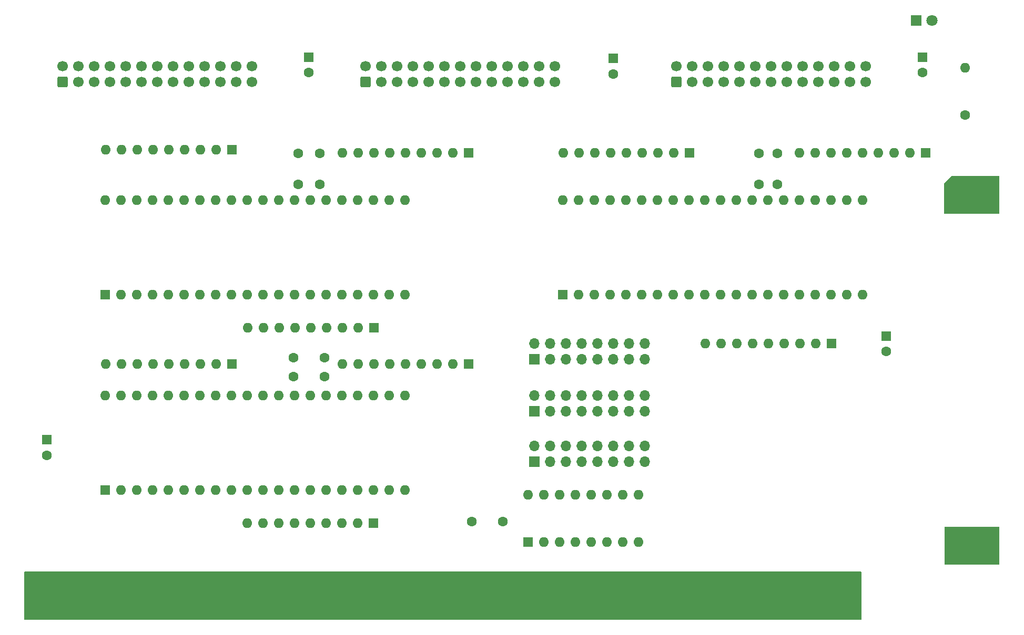
<source format=gbr>
%TF.GenerationSoftware,KiCad,Pcbnew,8.0.0*%
%TF.CreationDate,2024-03-03T11:21:49-05:00*%
%TF.ProjectId,ISA8255,49534138-3235-4352-9e6b-696361645f70,rev?*%
%TF.SameCoordinates,Original*%
%TF.FileFunction,Soldermask,Top*%
%TF.FilePolarity,Negative*%
%FSLAX46Y46*%
G04 Gerber Fmt 4.6, Leading zero omitted, Abs format (unit mm)*
G04 Created by KiCad (PCBNEW 8.0.0) date 2024-03-03 11:21:49*
%MOMM*%
%LPD*%
G01*
G04 APERTURE LIST*
G04 Aperture macros list*
%AMRoundRect*
0 Rectangle with rounded corners*
0 $1 Rounding radius*
0 $2 $3 $4 $5 $6 $7 $8 $9 X,Y pos of 4 corners*
0 Add a 4 corners polygon primitive as box body*
4,1,4,$2,$3,$4,$5,$6,$7,$8,$9,$2,$3,0*
0 Add four circle primitives for the rounded corners*
1,1,$1+$1,$2,$3*
1,1,$1+$1,$4,$5*
1,1,$1+$1,$6,$7*
1,1,$1+$1,$8,$9*
0 Add four rect primitives between the rounded corners*
20,1,$1+$1,$2,$3,$4,$5,0*
20,1,$1+$1,$4,$5,$6,$7,0*
20,1,$1+$1,$6,$7,$8,$9,0*
20,1,$1+$1,$8,$9,$2,$3,0*%
%AMOutline5P*
0 Free polygon, 5 corners , with rotation*
0 The origin of the aperture is its center*
0 number of corners: always 5*
0 $1 to $10 corner X, Y*
0 $11 Rotation angle, in degrees counterclockwise*
0 create outline with 5 corners*
4,1,5,$1,$2,$3,$4,$5,$6,$7,$8,$9,$10,$1,$2,$11*%
%AMOutline6P*
0 Free polygon, 6 corners , with rotation*
0 The origin of the aperture is its center*
0 number of corners: always 6*
0 $1 to $12 corner X, Y*
0 $13 Rotation angle, in degrees counterclockwise*
0 create outline with 6 corners*
4,1,6,$1,$2,$3,$4,$5,$6,$7,$8,$9,$10,$11,$12,$1,$2,$13*%
%AMOutline7P*
0 Free polygon, 7 corners , with rotation*
0 The origin of the aperture is its center*
0 number of corners: always 7*
0 $1 to $14 corner X, Y*
0 $15 Rotation angle, in degrees counterclockwise*
0 create outline with 7 corners*
4,1,7,$1,$2,$3,$4,$5,$6,$7,$8,$9,$10,$11,$12,$13,$14,$1,$2,$15*%
%AMOutline8P*
0 Free polygon, 8 corners , with rotation*
0 The origin of the aperture is its center*
0 number of corners: always 8*
0 $1 to $16 corner X, Y*
0 $17 Rotation angle, in degrees counterclockwise*
0 create outline with 8 corners*
4,1,8,$1,$2,$3,$4,$5,$6,$7,$8,$9,$10,$11,$12,$13,$14,$15,$16,$1,$2,$17*%
G04 Aperture macros list end*
%ADD10C,0.150000*%
%ADD11Outline5P,-4.445000X1.830000X-3.225000X3.050000X4.445000X3.050000X4.445000X-3.050000X-4.445000X-3.050000X0.000000*%
%ADD12R,8.890000X6.100000*%
%ADD13C,1.600000*%
%ADD14R,1.600000X1.600000*%
%ADD15O,1.600000X1.600000*%
%ADD16R,1.700000X1.700000*%
%ADD17O,1.700000X1.700000*%
%ADD18RoundRect,0.250000X0.600000X-0.600000X0.600000X0.600000X-0.600000X0.600000X-0.600000X-0.600000X0*%
%ADD19C,1.700000*%
%ADD20R,1.780000X7.620000*%
%ADD21R,1.800000X1.800000*%
%ADD22C,1.800000*%
G04 APERTURE END LIST*
D10*
X55880000Y-143510000D02*
X190500000Y-143510000D01*
X190500000Y-151130000D01*
X55880000Y-151130000D01*
X55880000Y-143510000D01*
G36*
X55880000Y-143510000D02*
G01*
X190500000Y-143510000D01*
X190500000Y-151130000D01*
X55880000Y-151130000D01*
X55880000Y-143510000D01*
G37*
D11*
%TO.C,BKT1*%
X208356200Y-82733000D03*
D12*
X208356200Y-139253000D03*
%TD*%
D13*
%TO.C,C6*%
X104100000Y-112014000D03*
X99100000Y-112014000D03*
%TD*%
D14*
%TO.C,C9*%
X59436000Y-122154698D03*
D13*
X59436000Y-124654698D03*
%TD*%
D14*
%TO.C,C8*%
X194564000Y-105450000D03*
D13*
X194564000Y-107950000D03*
%TD*%
D14*
%TO.C,RN5*%
X112014000Y-135636000D03*
D15*
X109474000Y-135636000D03*
X106934000Y-135636000D03*
X104394000Y-135636000D03*
X101854000Y-135636000D03*
X99314000Y-135636000D03*
X96774000Y-135636000D03*
X94234000Y-135636000D03*
X91694000Y-135636000D03*
%TD*%
D13*
%TO.C,C3*%
X177038000Y-80986000D03*
X177038000Y-75986000D03*
%TD*%
D14*
%TO.C,RN7*%
X89184000Y-75438000D03*
D15*
X86644000Y-75438000D03*
X84104000Y-75438000D03*
X81564000Y-75438000D03*
X79024000Y-75438000D03*
X76484000Y-75438000D03*
X73944000Y-75438000D03*
X71404000Y-75438000D03*
X68864000Y-75438000D03*
%TD*%
D14*
%TO.C,RN6*%
X127284000Y-109982000D03*
D15*
X124744000Y-109982000D03*
X122204000Y-109982000D03*
X119664000Y-109982000D03*
X117124000Y-109982000D03*
X114584000Y-109982000D03*
X112044000Y-109982000D03*
X109504000Y-109982000D03*
X106964000Y-109982000D03*
%TD*%
D16*
%TO.C,J3*%
X137937000Y-117607000D03*
D17*
X137937000Y-115067000D03*
X140477000Y-117607000D03*
X140477000Y-115067000D03*
X143017000Y-117607000D03*
X143017000Y-115067000D03*
X145557000Y-117607000D03*
X145557000Y-115067000D03*
X148097000Y-117607000D03*
X148097000Y-115067000D03*
X150637000Y-117607000D03*
X150637000Y-115067000D03*
X153177000Y-117607000D03*
X153177000Y-115067000D03*
X155717000Y-117607000D03*
X155717000Y-115067000D03*
%TD*%
D14*
%TO.C,C12*%
X150622000Y-60706000D03*
D13*
X150622000Y-63206000D03*
%TD*%
D14*
%TO.C,RN8*%
X112044000Y-104140000D03*
D15*
X109504000Y-104140000D03*
X106964000Y-104140000D03*
X104424000Y-104140000D03*
X101884000Y-104140000D03*
X99344000Y-104140000D03*
X96804000Y-104140000D03*
X94264000Y-104140000D03*
X91724000Y-104140000D03*
%TD*%
D18*
%TO.C,J6*%
X110744000Y-64516000D03*
D19*
X110744000Y-61976000D03*
X113284000Y-64516000D03*
X113284000Y-61976000D03*
X115824000Y-64516000D03*
X115824000Y-61976000D03*
X118364000Y-64516000D03*
X118364000Y-61976000D03*
X120904000Y-64516000D03*
X120904000Y-61976000D03*
X123444000Y-64516000D03*
X123444000Y-61976000D03*
X125984000Y-64516000D03*
X125984000Y-61976000D03*
X128524000Y-64516000D03*
X128524000Y-61976000D03*
X131064000Y-64516000D03*
X131064000Y-61976000D03*
X133604000Y-64516000D03*
X133604000Y-61976000D03*
X136144000Y-64516000D03*
X136144000Y-61976000D03*
X138684000Y-64516000D03*
X138684000Y-61976000D03*
X141224000Y-64516000D03*
X141224000Y-61976000D03*
%TD*%
D14*
%TO.C,U4*%
X136906000Y-138684000D03*
D15*
X139446000Y-138684000D03*
X141986000Y-138684000D03*
X144526000Y-138684000D03*
X147066000Y-138684000D03*
X149606000Y-138684000D03*
X152146000Y-138684000D03*
X154686000Y-138684000D03*
X154686000Y-131064000D03*
X152146000Y-131064000D03*
X149606000Y-131064000D03*
X147066000Y-131064000D03*
X144526000Y-131064000D03*
X141986000Y-131064000D03*
X139446000Y-131064000D03*
X136906000Y-131064000D03*
%TD*%
D13*
%TO.C,C4*%
X174030000Y-80986000D03*
X174030000Y-75986000D03*
%TD*%
D18*
%TO.C,J7*%
X61976000Y-64516000D03*
D19*
X61976000Y-61976000D03*
X64516000Y-64516000D03*
X64516000Y-61976000D03*
X67056000Y-64516000D03*
X67056000Y-61976000D03*
X69596000Y-64516000D03*
X69596000Y-61976000D03*
X72136000Y-64516000D03*
X72136000Y-61976000D03*
X74676000Y-64516000D03*
X74676000Y-61976000D03*
X77216000Y-64516000D03*
X77216000Y-61976000D03*
X79756000Y-64516000D03*
X79756000Y-61976000D03*
X82296000Y-64516000D03*
X82296000Y-61976000D03*
X84836000Y-64516000D03*
X84836000Y-61976000D03*
X87376000Y-64516000D03*
X87376000Y-61976000D03*
X89916000Y-64516000D03*
X89916000Y-61976000D03*
X92456000Y-64516000D03*
X92456000Y-61976000D03*
%TD*%
D16*
%TO.C,J2*%
X137937000Y-109220000D03*
D17*
X137937000Y-106680000D03*
X140477000Y-109220000D03*
X140477000Y-106680000D03*
X143017000Y-109220000D03*
X143017000Y-106680000D03*
X145557000Y-109220000D03*
X145557000Y-106680000D03*
X148097000Y-109220000D03*
X148097000Y-106680000D03*
X150637000Y-109220000D03*
X150637000Y-106680000D03*
X153177000Y-109220000D03*
X153177000Y-106680000D03*
X155717000Y-109220000D03*
X155717000Y-106680000D03*
%TD*%
D13*
%TO.C,R1*%
X207264000Y-69850000D03*
D15*
X207264000Y-62230000D03*
%TD*%
D14*
%TO.C,C11*%
X101600000Y-60492000D03*
D13*
X101600000Y-62992000D03*
%TD*%
D16*
%TO.C,J4*%
X137937000Y-125730000D03*
D17*
X137937000Y-123190000D03*
X140477000Y-125730000D03*
X140477000Y-123190000D03*
X143017000Y-125730000D03*
X143017000Y-123190000D03*
X145557000Y-125730000D03*
X145557000Y-123190000D03*
X148097000Y-125730000D03*
X148097000Y-123190000D03*
X150637000Y-125730000D03*
X150637000Y-123190000D03*
X153177000Y-125730000D03*
X153177000Y-123190000D03*
X155717000Y-125730000D03*
X155717000Y-123190000D03*
%TD*%
D13*
%TO.C,C1*%
X103378000Y-81026000D03*
X103378000Y-76026000D03*
%TD*%
D14*
%TO.C,U3*%
X68834000Y-98806000D03*
D15*
X71374000Y-98806000D03*
X73914000Y-98806000D03*
X76454000Y-98806000D03*
X78994000Y-98806000D03*
X81534000Y-98806000D03*
X84074000Y-98806000D03*
X86614000Y-98806000D03*
X89154000Y-98806000D03*
X91694000Y-98806000D03*
X94234000Y-98806000D03*
X96774000Y-98806000D03*
X99314000Y-98806000D03*
X101854000Y-98806000D03*
X104394000Y-98806000D03*
X106934000Y-98806000D03*
X109474000Y-98806000D03*
X112014000Y-98806000D03*
X114554000Y-98806000D03*
X117094000Y-98806000D03*
X117094000Y-83566000D03*
X114554000Y-83566000D03*
X112014000Y-83566000D03*
X109474000Y-83566000D03*
X106934000Y-83566000D03*
X104394000Y-83566000D03*
X101854000Y-83566000D03*
X99314000Y-83566000D03*
X96774000Y-83566000D03*
X94234000Y-83566000D03*
X91694000Y-83566000D03*
X89154000Y-83566000D03*
X86614000Y-83566000D03*
X84074000Y-83566000D03*
X81534000Y-83566000D03*
X78994000Y-83566000D03*
X76454000Y-83566000D03*
X73914000Y-83566000D03*
X71374000Y-83566000D03*
X68834000Y-83566000D03*
%TD*%
D13*
%TO.C,C7*%
X132802000Y-135382000D03*
X127802000Y-135382000D03*
%TD*%
D14*
%TO.C,RN9*%
X127284000Y-75946000D03*
D15*
X124744000Y-75946000D03*
X122204000Y-75946000D03*
X119664000Y-75946000D03*
X117124000Y-75946000D03*
X114584000Y-75946000D03*
X112044000Y-75946000D03*
X109504000Y-75946000D03*
X106964000Y-75946000D03*
%TD*%
D18*
%TO.C,J5*%
X160782000Y-64516000D03*
D19*
X160782000Y-61976000D03*
X163322000Y-64516000D03*
X163322000Y-61976000D03*
X165862000Y-64516000D03*
X165862000Y-61976000D03*
X168402000Y-64516000D03*
X168402000Y-61976000D03*
X170942000Y-64516000D03*
X170942000Y-61976000D03*
X173482000Y-64516000D03*
X173482000Y-61976000D03*
X176022000Y-64516000D03*
X176022000Y-61976000D03*
X178562000Y-64516000D03*
X178562000Y-61976000D03*
X181102000Y-64516000D03*
X181102000Y-61976000D03*
X183642000Y-64516000D03*
X183642000Y-61976000D03*
X186182000Y-64516000D03*
X186182000Y-61976000D03*
X188722000Y-64516000D03*
X188722000Y-61976000D03*
X191262000Y-64516000D03*
X191262000Y-61976000D03*
%TD*%
D13*
%TO.C,C2*%
X99862000Y-80986000D03*
X99862000Y-75986000D03*
%TD*%
D14*
%TO.C,U2*%
X68834000Y-130302000D03*
D15*
X71374000Y-130302000D03*
X73914000Y-130302000D03*
X76454000Y-130302000D03*
X78994000Y-130302000D03*
X81534000Y-130302000D03*
X84074000Y-130302000D03*
X86614000Y-130302000D03*
X89154000Y-130302000D03*
X91694000Y-130302000D03*
X94234000Y-130302000D03*
X96774000Y-130302000D03*
X99314000Y-130302000D03*
X101854000Y-130302000D03*
X104394000Y-130302000D03*
X106934000Y-130302000D03*
X109474000Y-130302000D03*
X112014000Y-130302000D03*
X114554000Y-130302000D03*
X117094000Y-130302000D03*
X117094000Y-115062000D03*
X114554000Y-115062000D03*
X112014000Y-115062000D03*
X109474000Y-115062000D03*
X106934000Y-115062000D03*
X104394000Y-115062000D03*
X101854000Y-115062000D03*
X99314000Y-115062000D03*
X96774000Y-115062000D03*
X94234000Y-115062000D03*
X91694000Y-115062000D03*
X89154000Y-115062000D03*
X86614000Y-115062000D03*
X84074000Y-115062000D03*
X81534000Y-115062000D03*
X78994000Y-115062000D03*
X76454000Y-115062000D03*
X73914000Y-115062000D03*
X71374000Y-115062000D03*
X68834000Y-115062000D03*
%TD*%
D14*
%TO.C,RN1*%
X162844000Y-75946000D03*
D15*
X160304000Y-75946000D03*
X157764000Y-75946000D03*
X155224000Y-75946000D03*
X152684000Y-75946000D03*
X150144000Y-75946000D03*
X147604000Y-75946000D03*
X145064000Y-75946000D03*
X142524000Y-75946000D03*
%TD*%
D14*
%TO.C,U1*%
X142494000Y-98806000D03*
D15*
X145034000Y-98806000D03*
X147574000Y-98806000D03*
X150114000Y-98806000D03*
X152654000Y-98806000D03*
X155194000Y-98806000D03*
X157734000Y-98806000D03*
X160274000Y-98806000D03*
X162814000Y-98806000D03*
X165354000Y-98806000D03*
X167894000Y-98806000D03*
X170434000Y-98806000D03*
X172974000Y-98806000D03*
X175514000Y-98806000D03*
X178054000Y-98806000D03*
X180594000Y-98806000D03*
X183134000Y-98806000D03*
X185674000Y-98806000D03*
X188214000Y-98806000D03*
X190754000Y-98806000D03*
X190754000Y-83566000D03*
X188214000Y-83566000D03*
X185674000Y-83566000D03*
X183134000Y-83566000D03*
X180594000Y-83566000D03*
X178054000Y-83566000D03*
X175514000Y-83566000D03*
X172974000Y-83566000D03*
X170434000Y-83566000D03*
X167894000Y-83566000D03*
X165354000Y-83566000D03*
X162814000Y-83566000D03*
X160274000Y-83566000D03*
X157734000Y-83566000D03*
X155194000Y-83566000D03*
X152654000Y-83566000D03*
X150114000Y-83566000D03*
X147574000Y-83566000D03*
X145034000Y-83566000D03*
X142494000Y-83566000D03*
%TD*%
D14*
%TO.C,RN4*%
X89184000Y-109982000D03*
D15*
X86644000Y-109982000D03*
X84104000Y-109982000D03*
X81564000Y-109982000D03*
X79024000Y-109982000D03*
X76484000Y-109982000D03*
X73944000Y-109982000D03*
X71404000Y-109982000D03*
X68864000Y-109982000D03*
%TD*%
D20*
%TO.C,J1*%
X187960000Y-147320000D03*
X185420000Y-147320000D03*
X182880000Y-147320000D03*
X180340000Y-147320000D03*
X177800000Y-147320000D03*
X175260000Y-147320000D03*
X172720000Y-147320000D03*
X170180000Y-147320000D03*
X167640000Y-147320000D03*
X165100000Y-147320000D03*
X162560000Y-147320000D03*
X160020000Y-147320000D03*
X157480000Y-147320000D03*
X154940000Y-147320000D03*
X152400000Y-147320000D03*
X149860000Y-147320000D03*
X147320000Y-147320000D03*
X144780000Y-147320000D03*
X142240000Y-147320000D03*
X139700000Y-147320000D03*
X137160000Y-147320000D03*
X134620000Y-147320000D03*
X132080000Y-147320000D03*
X129540000Y-147320000D03*
X127000000Y-147320000D03*
X124460000Y-147320000D03*
X121920000Y-147320000D03*
X119380000Y-147320000D03*
X116840000Y-147320000D03*
X114300000Y-147320000D03*
X111760000Y-147320000D03*
X101600000Y-147320000D03*
X99060000Y-147320000D03*
X96520000Y-147320000D03*
X93980000Y-147320000D03*
X91440000Y-147320000D03*
X88900000Y-147320000D03*
X86360000Y-147320000D03*
X83820000Y-147320000D03*
X81280000Y-147320000D03*
X78740000Y-147320000D03*
X76200000Y-147320000D03*
X73660000Y-147320000D03*
X71120000Y-147320000D03*
X68580000Y-147320000D03*
X66040000Y-147320000D03*
X63500000Y-147320000D03*
X60960000Y-147320000D03*
X58420000Y-147320000D03*
%TD*%
D14*
%TO.C,RN2*%
X200914000Y-75946000D03*
D15*
X198374000Y-75946000D03*
X195834000Y-75946000D03*
X193294000Y-75946000D03*
X190754000Y-75946000D03*
X188214000Y-75946000D03*
X185674000Y-75946000D03*
X183134000Y-75946000D03*
X180594000Y-75946000D03*
%TD*%
D21*
%TO.C,D1*%
X199385000Y-54610000D03*
D22*
X201925000Y-54610000D03*
%TD*%
D14*
%TO.C,RN3*%
X185704000Y-106680000D03*
D15*
X183164000Y-106680000D03*
X180624000Y-106680000D03*
X178084000Y-106680000D03*
X175544000Y-106680000D03*
X173004000Y-106680000D03*
X170464000Y-106680000D03*
X167924000Y-106680000D03*
X165384000Y-106680000D03*
%TD*%
D14*
%TO.C,C10*%
X200406000Y-60492000D03*
D13*
X200406000Y-62992000D03*
%TD*%
%TO.C,C5*%
X104140000Y-108966000D03*
X99140000Y-108966000D03*
%TD*%
M02*

</source>
